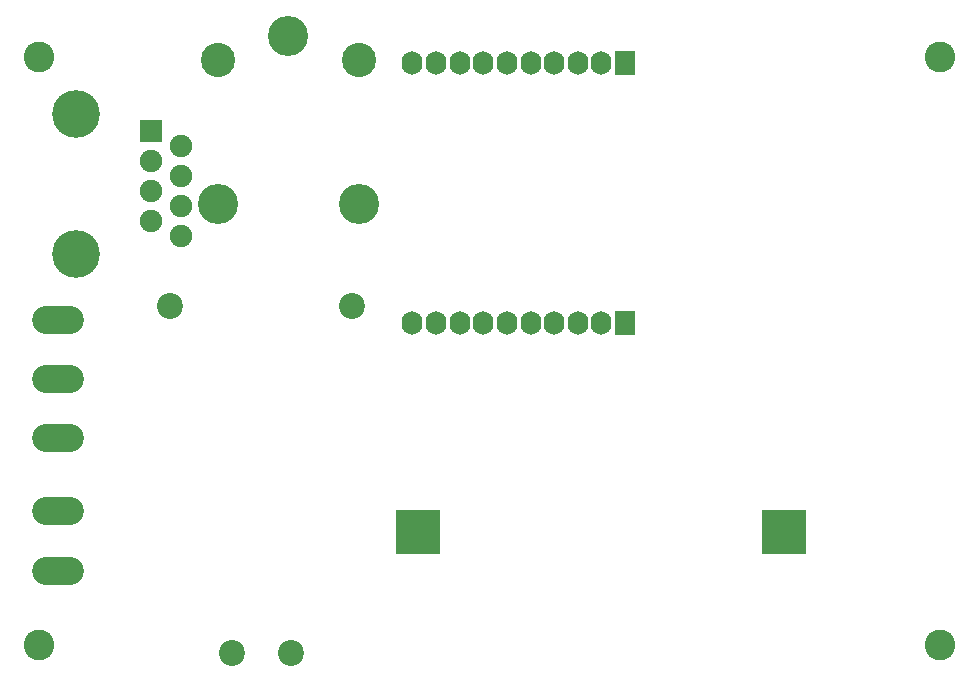
<source format=gbr>
G04 #@! TF.GenerationSoftware,KiCad,Pcbnew,no-vcs-found*
G04 #@! TF.CreationDate,2016-12-05T19:06:41+01:00*
G04 #@! TF.ProjectId,relayboard,72656C6179626F6172642E6B69636164,rev?*
G04 #@! TF.FileFunction,Soldermask,Top*
G04 #@! TF.FilePolarity,Negative*
%FSLAX46Y46*%
G04 Gerber Fmt 4.6, Leading zero omitted, Abs format (unit mm)*
G04 Created by KiCad (PCBNEW no-vcs-found) date Mon Dec  5 19:06:41 2016*
%MOMM*%
%LPD*%
G01*
G04 APERTURE LIST*
%ADD10C,0.100000*%
%ADD11C,2.600000*%
%ADD12O,1.760000X2.000000*%
%ADD13R,1.760000X2.000000*%
%ADD14R,3.690000X3.690000*%
%ADD15C,1.901140*%
%ADD16R,1.901140X1.901140*%
%ADD17C,4.049980*%
%ADD18C,2.900000*%
%ADD19C,3.400000*%
%ADD20O,4.362400X2.381200*%
%ADD21C,2.200000*%
G04 APERTURE END LIST*
D10*
D11*
X178709320Y-111323120D03*
X178709320Y-61528960D03*
X102356920Y-111323120D03*
X102356920Y-61528960D03*
D12*
X134000000Y-84000000D03*
X136000000Y-84000000D03*
X138000000Y-84000000D03*
X140000000Y-84000000D03*
X142000000Y-84000000D03*
X144000000Y-84000000D03*
X146000000Y-84000000D03*
X148000000Y-84000000D03*
X150000000Y-84000000D03*
D13*
X152000000Y-84000000D03*
X152000000Y-62000000D03*
D12*
X150000000Y-62000000D03*
X148000000Y-62000000D03*
X146000000Y-62000000D03*
X144000000Y-62000000D03*
X142000000Y-62000000D03*
X140000000Y-62000000D03*
X138000000Y-62000000D03*
X136000000Y-62000000D03*
X134000000Y-62000000D03*
D14*
X134515000Y-101750000D03*
X165485000Y-101750000D03*
D15*
X114390000Y-76695000D03*
X111850000Y-75425000D03*
X114390000Y-74155000D03*
X111850000Y-72885000D03*
X114390000Y-71615000D03*
X111850000Y-70345000D03*
X114390000Y-69075000D03*
D16*
X111850000Y-67805000D03*
D17*
X105500000Y-66319100D03*
X105500000Y-78188520D03*
D18*
X117500000Y-61750000D03*
D19*
X117500000Y-73950000D03*
X129500000Y-73950000D03*
D18*
X129500000Y-61750000D03*
D19*
X123500000Y-59750000D03*
D20*
X104000000Y-105000000D03*
X104000000Y-100000000D03*
D21*
X118690000Y-111960000D03*
X123690000Y-111960000D03*
X113490000Y-82560000D03*
X128890000Y-82560000D03*
D20*
X104000000Y-93750000D03*
X104000000Y-88750000D03*
X104000000Y-83750000D03*
M02*

</source>
